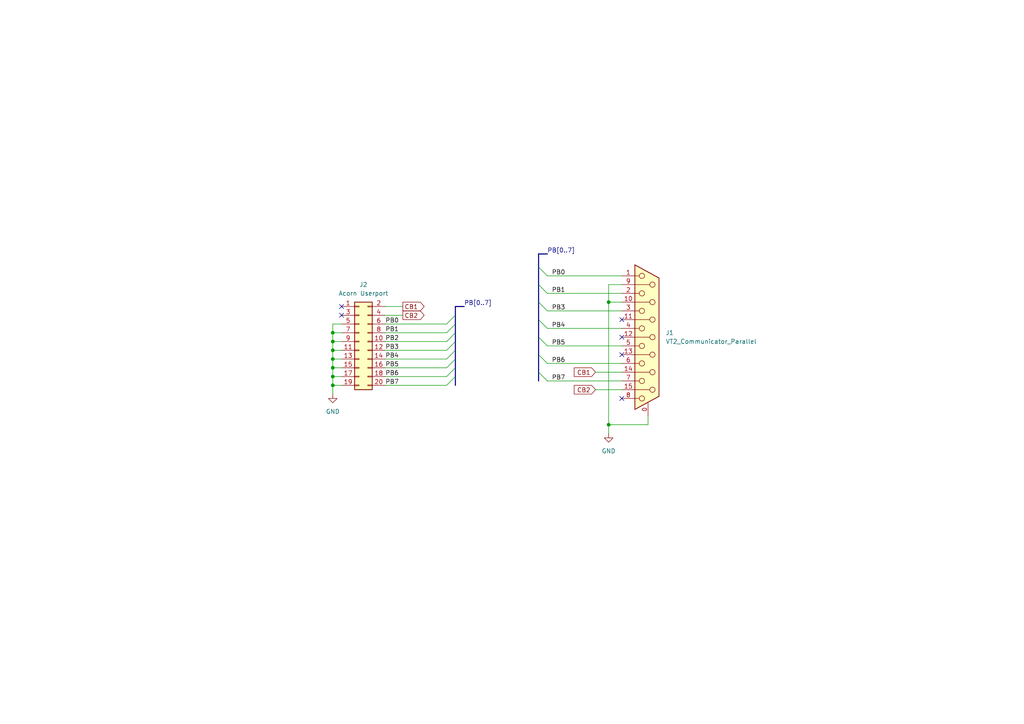
<source format=kicad_sch>
(kicad_sch (version 20231120) (generator "eeschema") (generator_version "8.0")
  (paper "A4")
  (lib_symbols
    (symbol "Connector:DA15_Receptacle_MountingHoles" (pin_names (offset 1.016) hide)
      (property "Reference" "J" (at 0 24.13 0))
      (property "Value" "DA15_Receptacle_MountingHoles" (at 0 22.225 0))
      (symbol "DA15_Receptacle_MountingHoles_0_1"
        (circle (center -1.778 -17.78) (radius 0.762))
        (circle (center -1.778 -12.7) (radius 0.762))
        (circle (center -1.778 -7.62) (radius 0.762))
        (circle (center -1.778 -2.54) (radius 0.762))
        (circle (center -1.778 2.54) (radius 0.762))
        (circle (center -1.778 7.62) (radius 0.762))
        (circle (center -1.778 12.7) (radius 0.762))
        (circle (center -1.778 17.78) (radius 0.762))
        (polyline (pts (xy -3.81 -17.78) (xy -2.54 -17.78)))
        (polyline (pts (xy -3.81 -15.24) (xy 0.508 -15.24)))
        (polyline (pts (xy -3.81 -12.7) (xy -2.54 -12.7)))
        (polyline (pts (xy -3.81 -10.16) (xy 0.508 -10.16)))
        (polyline (pts (xy -3.81 -7.62) (xy -2.54 -7.62)))
        (polyline (pts (xy -3.81 -5.08) (xy 0.508 -5.08)))
        (polyline (pts (xy -3.81 -2.54) (xy -2.54 -2.54)))
        (polyline (pts (xy -3.81 0) (xy 0.508 0)))
        (polyline (pts (xy -3.81 2.54) (xy -2.54 2.54)))
        (polyline (pts (xy -3.81 5.08) (xy 0.508 5.08)))
        (polyline (pts (xy -3.81 7.62) (xy -2.54 7.62)))
        (polyline (pts (xy -3.81 10.16) (xy 0.508 10.16)))
        (polyline (pts (xy -3.81 12.7) (xy -2.54 12.7)))
        (polyline (pts (xy -3.81 15.24) (xy 0.508 15.24)))
        (polyline (pts (xy -3.81 17.78) (xy -2.54 17.78)))
        (polyline (pts (xy -3.81 20.955) (xy 3.175 17.145) (xy 3.175 -17.145) (xy -3.81 -20.955) (xy -3.81 20.955)) (stroke (width 0.254)) (fill (type background)))
        (circle (center 1.27 -15.24) (radius 0.762))
        (circle (center 1.27 -10.16) (radius 0.762))
        (circle (center 1.27 -5.08) (radius 0.762))
        (circle (center 1.27 0) (radius 0.762))
        (circle (center 1.27 5.08) (radius 0.762))
        (circle (center 1.27 10.16) (radius 0.762))
        (circle (center 1.27 15.24) (radius 0.762))
      )
      (symbol "DA15_Receptacle_MountingHoles_1_1"
        (pin passive line (at 0 -22.86 90) (length 3.81) (name "PAD") (number "0"))
        (pin passive line (at -7.62 17.78 0) (length 3.81) (name "1") (number "1"))
        (pin passive line (at -7.62 10.16 0) (length 3.81) (name "P10") (number "10"))
        (pin passive line (at -7.62 5.08 0) (length 3.81) (name "P111") (number "11"))
        (pin passive line (at -7.62 0 0) (length 3.81) (name "P12") (number "12"))
        (pin passive line (at -7.62 -5.08 0) (length 3.81) (name "P13") (number "13"))
        (pin passive line (at -7.62 -10.16 0) (length 3.81) (name "P14") (number "14"))
        (pin passive line (at -7.62 -15.24 0) (length 3.81) (name "P15") (number "15"))
        (pin passive line (at -7.62 12.7 0) (length 3.81) (name "2") (number "2"))
        (pin passive line (at -7.62 7.62 0) (length 3.81) (name "3") (number "3"))
        (pin passive line (at -7.62 2.54 0) (length 3.81) (name "4") (number "4"))
        (pin passive line (at -7.62 -2.54 0) (length 3.81) (name "5") (number "5"))
        (pin passive line (at -7.62 -7.62 0) (length 3.81) (name "6") (number "6"))
        (pin passive line (at -7.62 -12.7 0) (length 3.81) (name "7") (number "7"))
        (pin passive line (at -7.62 -17.78 0) (length 3.81) (name "8") (number "8"))
        (pin passive line (at -7.62 15.24 0) (length 3.81) (name "P9") (number "9"))
      )
    )
    (symbol "Connector_Generic:Conn_02x10_Odd_Even" (pin_names (offset 1.016) hide)
      (property "Reference" "J" (at 1.27 12.7 0))
      (property "Value" "Conn_02x10_Odd_Even" (at 1.27 -15.24 0))
      (symbol "Conn_02x10_Odd_Even_1_1"
        (rectangle (start -1.27 -12.573) (end 0 -12.827) (stroke (width 0.1524)))
        (rectangle (start -1.27 -10.033) (end 0 -10.287) (stroke (width 0.1524)))
        (rectangle (start -1.27 -7.493) (end 0 -7.747) (stroke (width 0.1524)))
        (rectangle (start -1.27 -4.953) (end 0 -5.207) (stroke (width 0.1524)))
        (rectangle (start -1.27 -2.413) (end 0 -2.667) (stroke (width 0.1524)))
        (rectangle (start -1.27 0.127) (end 0 -0.127) (stroke (width 0.1524)))
        (rectangle (start -1.27 2.667) (end 0 2.413) (stroke (width 0.1524)))
        (rectangle (start -1.27 5.207) (end 0 4.953) (stroke (width 0.1524)))
        (rectangle (start -1.27 7.747) (end 0 7.493) (stroke (width 0.1524)))
        (rectangle (start -1.27 10.287) (end 0 10.033) (stroke (width 0.1524)))
        (rectangle (start -1.27 11.43) (end 3.81 -13.97) (stroke (width 0.254)) (fill (type background)))
        (rectangle (start 3.81 -12.573) (end 2.54 -12.827) (stroke (width 0.1524)))
        (rectangle (start 3.81 -10.033) (end 2.54 -10.287) (stroke (width 0.1524)))
        (rectangle (start 3.81 -7.493) (end 2.54 -7.747) (stroke (width 0.1524)))
        (rectangle (start 3.81 -4.953) (end 2.54 -5.207) (stroke (width 0.1524)))
        (rectangle (start 3.81 -2.413) (end 2.54 -2.667) (stroke (width 0.1524)))
        (rectangle (start 3.81 0.127) (end 2.54 -0.127) (stroke (width 0.1524)))
        (rectangle (start 3.81 2.667) (end 2.54 2.413) (stroke (width 0.1524)))
        (rectangle (start 3.81 5.207) (end 2.54 4.953) (stroke (width 0.1524)))
        (rectangle (start 3.81 7.747) (end 2.54 7.493) (stroke (width 0.1524)))
        (rectangle (start 3.81 10.287) (end 2.54 10.033) (stroke (width 0.1524)))
        (pin passive line (at -5.08 10.16 0) (length 3.81) (name "Pin_1") (number "1"))
        (pin passive line (at 7.62 0 180) (length 3.81) (name "Pin_10") (number "10"))
        (pin passive line (at -5.08 -2.54 0) (length 3.81) (name "Pin_11") (number "11"))
        (pin passive line (at 7.62 -2.54 180) (length 3.81) (name "Pin_12") (number "12"))
        (pin passive line (at -5.08 -5.08 0) (length 3.81) (name "Pin_13") (number "13"))
        (pin passive line (at 7.62 -5.08 180) (length 3.81) (name "Pin_14") (number "14"))
        (pin passive line (at -5.08 -7.62 0) (length 3.81) (name "Pin_15") (number "15"))
        (pin passive line (at 7.62 -7.62 180) (length 3.81) (name "Pin_16") (number "16"))
        (pin passive line (at -5.08 -10.16 0) (length 3.81) (name "Pin_17") (number "17"))
        (pin passive line (at 7.62 -10.16 180) (length 3.81) (name "Pin_18") (number "18"))
        (pin passive line (at -5.08 -12.7 0) (length 3.81) (name "Pin_19") (number "19"))
        (pin passive line (at 7.62 10.16 180) (length 3.81) (name "Pin_2") (number "2"))
        (pin passive line (at 7.62 -12.7 180) (length 3.81) (name "Pin_20") (number "20"))
        (pin passive line (at -5.08 7.62 0) (length 3.81) (name "Pin_3") (number "3"))
        (pin passive line (at 7.62 7.62 180) (length 3.81) (name "Pin_4") (number "4"))
        (pin passive line (at -5.08 5.08 0) (length 3.81) (name "Pin_5") (number "5"))
        (pin passive line (at 7.62 5.08 180) (length 3.81) (name "Pin_6") (number "6"))
        (pin passive line (at -5.08 2.54 0) (length 3.81) (name "Pin_7") (number "7"))
        (pin passive line (at 7.62 2.54 180) (length 3.81) (name "Pin_8") (number "8"))
        (pin passive line (at -5.08 0 0) (length 3.81) (name "Pin_9") (number "9"))
      )
    )
    (symbol "power:GND" (power) (pin_numbers hide) (pin_names (offset 0) hide)
      (property "Value" "GND" (at 0 -3.81 0))
      (symbol "GND_0_1"
        (polyline (pts (xy 0 0) (xy 0 -1.27) (xy 1.27 -1.27) (xy 0 -2.54) (xy -1.27 -1.27) (xy 0 -1.27)))
      )
      (symbol "GND_1_1"
        (pin power_in line (at 0 0 270) (length 0) (name "~") (number "1"))
      )
    )
  )
  (junction (at 176.53 87.63))
  (junction (at 96.52 96.52))
  (junction (at 96.52 111.76))
  (junction (at 176.53 123.19))
  (junction (at 96.52 109.22))
  (junction (at 96.52 106.68))
  (junction (at 96.52 104.14))
  (junction (at 96.52 99.06))
  (junction (at 96.52 101.6))
  (no_connect (at 99.06 91.44))
  (no_connect (at 180.34 97.79))
  (no_connect (at 180.34 102.87))
  (no_connect (at 99.06 88.9))
  (no_connect (at 180.34 115.57))
  (no_connect (at 180.34 92.71))
  (bus_entry (at 156.21 92.71) (size 2.54 2.54))
  (bus_entry (at 156.21 107.95) (size 2.54 2.54))
  (bus_entry (at 156.21 87.63) (size 2.54 2.54))
  (bus_entry (at 156.21 77.47) (size 2.54 2.54))
  (bus_entry (at 156.21 102.87) (size 2.54 2.54))
  (bus_entry (at 132.08 91.44) (size -2.54 2.54))
  (bus_entry (at 132.08 96.52) (size -2.54 2.54))
  (bus_entry (at 132.08 99.06) (size -2.54 2.54))
  (bus_entry (at 132.08 104.14) (size -2.54 2.54))
  (bus_entry (at 132.08 106.68) (size -2.54 2.54))
  (bus_entry (at 156.21 82.55) (size 2.54 2.54))
  (bus_entry (at 156.21 97.79) (size 2.54 2.54))
  (bus_entry (at 132.08 109.22) (size -2.54 2.54))
  (bus_entry (at 132.08 93.98) (size -2.54 2.54))
  (bus_entry (at 132.08 101.6) (size -2.54 2.54))
  (wire (pts (xy 96.52 111.76) (xy 99.06 111.76)))
  (wire (pts (xy 180.34 82.55) (xy 176.53 82.55)))
  (wire (pts (xy 158.75 100.33) (xy 180.34 100.33)))
  (bus (pts (xy 132.08 99.06) (xy 132.08 96.52)))
  (bus (pts (xy 132.08 109.22) (xy 132.08 106.68)))
  (bus (pts (xy 132.08 111.76) (xy 132.08 109.22)))
  (wire (pts (xy 187.96 123.19) (xy 176.53 123.19)))
  (wire (pts (xy 96.52 106.68) (xy 99.06 106.68)))
  (bus (pts (xy 132.08 88.9) (xy 134.62 88.9)))
  (wire (pts (xy 158.75 95.25) (xy 180.34 95.25)))
  (bus (pts (xy 132.08 106.68) (xy 132.08 104.14)))
  (wire (pts (xy 111.76 106.68) (xy 129.54 106.68)))
  (wire (pts (xy 96.52 106.68) (xy 96.52 109.22)))
  (wire (pts (xy 111.76 91.44) (xy 116.84 91.44)))
  (bus (pts (xy 132.08 96.52) (xy 132.08 93.98)))
  (bus (pts (xy 132.08 104.14) (xy 132.08 101.6)))
  (bus (pts (xy 156.21 97.79) (xy 156.21 92.71)))
  (wire (pts (xy 176.53 82.55) (xy 176.53 87.63)))
  (wire (pts (xy 187.96 120.65) (xy 187.96 123.19)))
  (wire (pts (xy 96.52 111.76) (xy 96.52 114.3)))
  (wire (pts (xy 176.53 87.63) (xy 180.34 87.63)))
  (bus (pts (xy 156.21 73.66) (xy 158.75 73.66)))
  (wire (pts (xy 111.76 96.52) (xy 129.54 96.52)))
  (wire (pts (xy 96.52 101.6) (xy 99.06 101.6)))
  (wire (pts (xy 176.53 87.63) (xy 176.53 123.19)))
  (wire (pts (xy 96.52 96.52) (xy 96.52 99.06)))
  (bus (pts (xy 156.21 110.49) (xy 156.21 107.95)))
  (wire (pts (xy 172.72 113.03) (xy 180.34 113.03)))
  (wire (pts (xy 172.72 107.95) (xy 180.34 107.95)))
  (wire (pts (xy 96.52 101.6) (xy 96.52 104.14)))
  (bus (pts (xy 156.21 77.47) (xy 156.21 73.66)))
  (wire (pts (xy 96.52 109.22) (xy 96.52 111.76)))
  (bus (pts (xy 156.21 102.87) (xy 156.21 97.79)))
  (wire (pts (xy 158.75 110.49) (xy 180.34 110.49)))
  (bus (pts (xy 132.08 101.6) (xy 132.08 99.06)))
  (wire (pts (xy 158.75 90.17) (xy 180.34 90.17)))
  (wire (pts (xy 96.52 104.14) (xy 99.06 104.14)))
  (bus (pts (xy 156.21 82.55) (xy 156.21 77.47)))
  (wire (pts (xy 96.52 93.98) (xy 96.52 96.52)))
  (wire (pts (xy 111.76 111.76) (xy 129.54 111.76)))
  (wire (pts (xy 111.76 93.98) (xy 129.54 93.98)))
  (wire (pts (xy 111.76 109.22) (xy 129.54 109.22)))
  (wire (pts (xy 158.75 105.41) (xy 180.34 105.41)))
  (bus (pts (xy 156.21 107.95) (xy 156.21 102.87)))
  (wire (pts (xy 111.76 99.06) (xy 129.54 99.06)))
  (wire (pts (xy 96.52 96.52) (xy 99.06 96.52)))
  (bus (pts (xy 156.21 92.71) (xy 156.21 87.63)))
  (wire (pts (xy 111.76 101.6) (xy 129.54 101.6)))
  (wire (pts (xy 96.52 104.14) (xy 96.52 106.68)))
  (wire (pts (xy 99.06 93.98) (xy 96.52 93.98)))
  (wire (pts (xy 158.75 80.01) (xy 180.34 80.01)))
  (bus (pts (xy 156.21 87.63) (xy 156.21 82.55)))
  (bus (pts (xy 132.08 91.44) (xy 132.08 88.9)))
  (wire (pts (xy 111.76 104.14) (xy 129.54 104.14)))
  (wire (pts (xy 96.52 99.06) (xy 99.06 99.06)))
  (wire (pts (xy 111.76 88.9) (xy 116.84 88.9)))
  (bus (pts (xy 132.08 93.98) (xy 132.08 91.44)))
  (wire (pts (xy 96.52 99.06) (xy 96.52 101.6)))
  (wire (pts (xy 96.52 109.22) (xy 99.06 109.22)))
  (wire (pts (xy 176.53 123.19) (xy 176.53 125.73)))
  (wire (pts (xy 158.75 85.09) (xy 180.34 85.09)))
  (label "PB6" (at 160.02 105.41 0))
  (label "PB0" (at 160.02 80.01 0))
  (label "PB3" (at 160.02 90.17 0))
  (label "PB6" (at 111.76 109.22 0))
  (label "PB7" (at 111.76 111.76 0))
  (label "PB2" (at 111.76 99.06 0))
  (label "PB1" (at 160.02 85.09 0))
  (label "PB7" (at 160.02 110.49 0))
  (label "PB5" (at 111.76 106.68 0))
  (label "PB4" (at 160.02 95.25 0))
  (label "PB1" (at 111.76 96.52 0))
  (label "PB[0..7]" (at 134.62 88.9 0))
  (label "PB0" (at 111.76 93.98 0))
  (label "PB5" (at 160.02 100.33 0))
  (label "PB3" (at 111.76 101.6 0))
  (label "PB4" (at 111.76 104.14 0))
  (label "PB[0..7]" (at 158.75 73.66 0))
  (global_label "CB2" (shape output) (at 116.84 91.44 0) (property "Intersheetrefs" "${INTERSHEET_REFS}" (effects (hide yes))))
  (global_label "CB2" (shape input) (at 172.72 113.03 180) (property "Intersheetrefs" "${INTERSHEET_REFS}" (effects (hide yes))))
  (global_label "CB1" (shape output) (at 116.84 88.9 0) (property "Intersheetrefs" "${INTERSHEET_REFS}" (effects (hide yes))))
  (global_label "CB1" (shape input) (at 172.72 107.95 180) (property "Intersheetrefs" "${INTERSHEET_REFS}" (effects (hide yes))))
  (symbol (lib_id "Connector_Generic:Conn_02x10_Odd_Even") (at 104.14 99.06 0) (unit 1)
    (property "Reference" "J2" (at 105.41 82.55 0))
    (property "Value" "Acorn Userport" (at 105.41 85.09 0))
    (property "Description" "Generic connector, double row, 02x10, odd/even pin numbering scheme (row 1 odd numbers, row 2 even numbers), script generated (kicad-library-utils/schlib/autogen/connector/)" (effects (hide yes)))
  )
  (symbol (lib_id "power:GND") (at 96.52 114.3 0) (unit 1)
    (property "Reference" "#PWR01" (effects (hide yes)))
    (property "Value" "GND" (at 96.52 119.38 0))
    (property "Description" "Power symbol creates a global label with name \"GND\" , ground" (effects (hide yes)))
  )
  (symbol (lib_id "power:GND") (at 176.53 125.73 0) (unit 1)
    (property "Reference" "#PWR02" (effects (hide yes)))
    (property "Value" "GND" (at 176.53 130.81 0))
    (property "Description" "Power symbol creates a global label with name \"GND\" , ground" (effects (hide yes)))
  )
  (symbol (lib_id "Connector:DA15_Receptacle_MountingHoles") (at 187.96 97.79 0) (unit 1)
    (property "Reference" "J1" (at 193.04 96.5199 0) (effects (justify left)))
    (property "Value" "VT2_Communicator_Parallel" (at 193.04 99.0599 0) (effects (justify left)))
    (property "Description" "15-pin female receptacle socket D-SUB connector (low-density/2 columns), Mounting Hole" (effects (hide yes)))
  )
)
</source>
